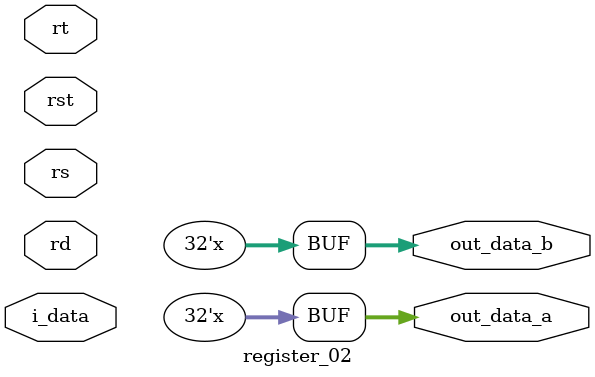
<source format=v>
`timescale 1ns / 1ps

module register_02(rst,rs,rt,rd,i_data,out_data_a,out_data_b);
input rst;
input [4:0]rs,rt,rd;
input [31:0] i_data;
output reg [31:0] out_data_a;
output reg [31:0] out_data_b;

reg [4:0]  reg_num;
reg [31:0] reg_data;

always @(*) begin
      if(rst) begin
            reg_num = 2; 
      end
      else begin
          if(reg_num == rs)
               out_data_a <= reg_data;
          if(reg_num == rt)
               out_data_b <= reg_data;
          if(reg_num == rd)    
               reg_data <= i_data;
      end
      
end
endmodule

</source>
